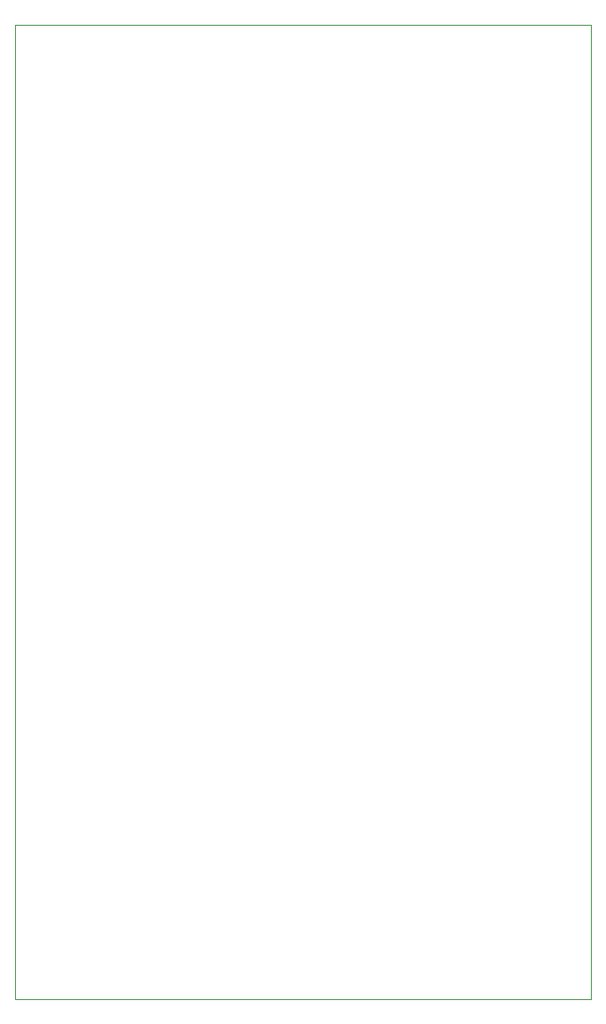
<source format=gbr>
%TF.GenerationSoftware,KiCad,Pcbnew,(5.1.6)-1*%
%TF.CreationDate,2020-09-22T22:20:25+03:00*%
%TF.ProjectId,Z80_devboard,5a38305f-6465-4766-926f-6172642e6b69,rev?*%
%TF.SameCoordinates,Original*%
%TF.FileFunction,Profile,NP*%
%FSLAX46Y46*%
G04 Gerber Fmt 4.6, Leading zero omitted, Abs format (unit mm)*
G04 Created by KiCad (PCBNEW (5.1.6)-1) date 2020-09-22 22:20:25*
%MOMM*%
%LPD*%
G01*
G04 APERTURE LIST*
%TA.AperFunction,Profile*%
%ADD10C,0.050000*%
%TD*%
G04 APERTURE END LIST*
D10*
X75000000Y-145000000D02*
X75000000Y-52000000D01*
X130000000Y-145000000D02*
X75000000Y-145000000D01*
X130000000Y-52000000D02*
X130000000Y-145000000D01*
X75000000Y-52000000D02*
X130000000Y-52000000D01*
M02*

</source>
